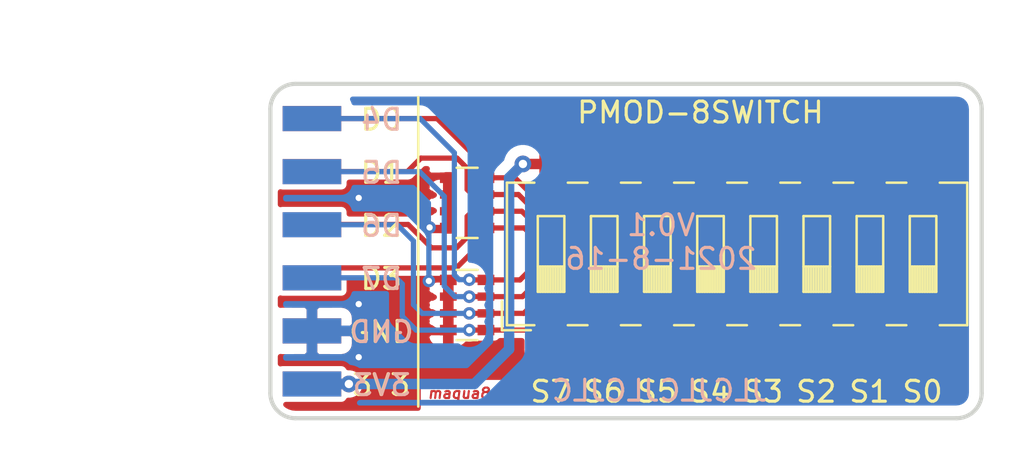
<source format=kicad_pcb>
(kicad_pcb (version 20171130) (host pcbnew "(5.1.10)-1")

  (general
    (thickness 1.6)
    (drawings 34)
    (tracks 117)
    (zones 0)
    (modules 4)
    (nets 11)
  )

  (page A4)
  (layers
    (0 F.Cu signal)
    (31 B.Cu signal)
    (32 B.Adhes user)
    (33 F.Adhes user)
    (34 B.Paste user)
    (35 F.Paste user)
    (36 B.SilkS user)
    (37 F.SilkS user)
    (38 B.Mask user)
    (39 F.Mask user)
    (40 Dwgs.User user)
    (41 Cmts.User user)
    (42 Eco1.User user)
    (43 Eco2.User user)
    (44 Edge.Cuts user)
    (45 Margin user)
    (46 B.CrtYd user)
    (47 F.CrtYd user)
    (48 B.Fab user)
    (49 F.Fab user)
  )

  (setup
    (last_trace_width 0.25)
    (user_trace_width 0.5)
    (trace_clearance 0.2)
    (zone_clearance 0.254)
    (zone_45_only yes)
    (trace_min 0.2)
    (via_size 0.8)
    (via_drill 0.4)
    (via_min_size 0.4)
    (via_min_drill 0.3)
    (user_via 0.6 0.3)
    (uvia_size 0.3)
    (uvia_drill 0.1)
    (uvias_allowed no)
    (uvia_min_size 0.2)
    (uvia_min_drill 0.1)
    (edge_width 0.05)
    (segment_width 0.2)
    (pcb_text_width 0.3)
    (pcb_text_size 1.5 1.5)
    (mod_edge_width 0.12)
    (mod_text_size 1 1)
    (mod_text_width 0.15)
    (pad_size 1.524 1.524)
    (pad_drill 0.762)
    (pad_to_mask_clearance 0)
    (aux_axis_origin 0 0)
    (visible_elements 7FFFFFFF)
    (pcbplotparams
      (layerselection 0x010fc_ffffffff)
      (usegerberextensions false)
      (usegerberattributes true)
      (usegerberadvancedattributes true)
      (creategerberjobfile true)
      (excludeedgelayer true)
      (linewidth 0.100000)
      (plotframeref false)
      (viasonmask false)
      (mode 1)
      (useauxorigin false)
      (hpglpennumber 1)
      (hpglpenspeed 20)
      (hpglpendiameter 15.000000)
      (psnegative false)
      (psa4output false)
      (plotreference true)
      (plotvalue true)
      (plotinvisibletext false)
      (padsonsilk false)
      (subtractmaskfromsilk false)
      (outputformat 1)
      (mirror false)
      (drillshape 0)
      (scaleselection 1)
      (outputdirectory "./out"))
  )

  (net 0 "")
  (net 1 IO0)
  (net 2 IO4)
  (net 3 IO5)
  (net 4 IO6)
  (net 5 IO7)
  (net 6 GND)
  (net 7 +3V3)
  (net 8 IO1)
  (net 9 IO2)
  (net 10 IO3)

  (net_class Default "This is the default net class."
    (clearance 0.2)
    (trace_width 0.25)
    (via_dia 0.8)
    (via_drill 0.4)
    (uvia_dia 0.3)
    (uvia_drill 0.1)
    (add_net +3V3)
    (add_net GND)
    (add_net IO0)
    (add_net IO1)
    (add_net IO2)
    (add_net IO3)
    (add_net IO4)
    (add_net IO5)
    (add_net IO6)
    (add_net IO7)
  )

  (module Multicoloredstone:Pmod-1-device-PcbEdge (layer F.Cu) (tedit 61194A63) (tstamp 6119B240)
    (at 152.5336 124.4219)
    (path /6119421A)
    (fp_text reference PMOD1 (at 0 -9.652) (layer F.SilkS) hide
      (effects (font (size 1 1) (thickness 0.15)))
    )
    (fp_text value PMOD-Device-x2-Type-1A-GPIO (at 0 -11.176) (layer F.Fab)
      (effects (font (size 1 1) (thickness 0.15)))
    )
    (fp_line (start 0 -8.636) (end 0 8.89) (layer Dwgs.User) (width 0.12))
    (fp_line (start 3.81 -7.62) (end 0 -7.62) (layer F.CrtYd) (width 0.12))
    (fp_line (start 0 7.62) (end 3.81 7.62) (layer F.CrtYd) (width 0.12))
    (fp_line (start 3.81 -7.62) (end 3.81 7.62) (layer F.CrtYd) (width 0.12))
    (fp_line (start 0 -7.62) (end 0 7.62) (layer F.CrtYd) (width 0.12))
    (pad 1 smd rect (at 2 -6.35 90) (size 1.2 2.8) (layers F.Cu F.Paste F.Mask)
      (net 1 IO0))
    (pad 7 smd rect (at 2 -6.35 90) (size 1.2 2.8) (layers B.Cu B.Paste B.Mask)
      (net 2 IO4))
    (pad 2 smd rect (at 2 -3.81 90) (size 1.2 2.8) (layers F.Cu F.Paste F.Mask)
      (net 8 IO1))
    (pad 3 smd rect (at 2 -1.27 90) (size 1.2 2.8) (layers F.Cu F.Paste F.Mask)
      (net 9 IO2))
    (pad 4 smd rect (at 2 1.27 90) (size 1.2 2.8) (layers F.Cu F.Paste F.Mask)
      (net 10 IO3))
    (pad 5 smd rect (at 2 3.81 90) (size 1.2 2.8) (layers F.Cu F.Paste F.Mask)
      (net 6 GND))
    (pad 6 smd rect (at 2 6.35 90) (size 1.2 2.8) (layers F.Cu F.Paste F.Mask)
      (net 7 +3V3))
    (pad 8 smd rect (at 2 -3.81 90) (size 1.2 2.8) (layers B.Cu B.Paste B.Mask)
      (net 3 IO5))
    (pad 9 smd rect (at 2 -1.27 90) (size 1.2 2.8) (layers B.Cu B.Paste B.Mask)
      (net 4 IO6))
    (pad 10 smd rect (at 2 1.27 90) (size 1.2 2.8) (layers B.Cu B.Paste B.Mask)
      (net 5 IO7))
    (pad 11 smd rect (at 2 3.81 90) (size 1.2 2.8) (layers B.Cu B.Paste B.Mask)
      (net 6 GND))
    (pad 12 smd rect (at 2 6.35 90) (size 1.2 2.8) (layers B.Cu B.Paste B.Mask)
      (net 7 +3V3))
    (model ${KISYS3DMOD}/Connector_PinHeader_2.54mm.3dshapes/PinHeader_2x06_P2.54mm_Vertical.wrl
      (offset (xyz 0 6.35 -2.1))
      (scale (xyz 1 1 1))
      (rotate (xyz 0 90 0))
    )
  )

  (module Button_Switch_SMD:SW_DIP_SPSTx08_Slide_6.7x21.88mm_W8.61mm_P2.54mm_LowProfile (layer F.Cu) (tedit 5A4E1405) (tstamp 6119B3A3)
    (at 174.8536 124.5489 90)
    (descr "SMD 8x-dip-switch SPST , Slide, row spacing 8.61 mm (338 mils), body size 6.7x21.88mm (see e.g. https://www.ctscorp.com/wp-content/uploads/219.pdf), SMD, LowProfile")
    (tags "SMD DIP Switch SPST Slide 8.61mm 338mil SMD LowProfile")
    (path /611973C7)
    (attr smd)
    (fp_text reference SW1 (at 0 -12 90) (layer F.SilkS) hide
      (effects (font (size 1 1) (thickness 0.15)))
    )
    (fp_text value SW_DIP_x08 (at 0 12 90) (layer F.Fab)
      (effects (font (size 1 1) (thickness 0.15)))
    )
    (fp_line (start 5.8 -11.3) (end -5.8 -11.3) (layer F.CrtYd) (width 0.05))
    (fp_line (start 5.8 11.3) (end 5.8 -11.3) (layer F.CrtYd) (width 0.05))
    (fp_line (start -5.8 11.3) (end 5.8 11.3) (layer F.CrtYd) (width 0.05))
    (fp_line (start -5.8 -11.3) (end -5.8 11.3) (layer F.CrtYd) (width 0.05))
    (fp_line (start -0.603333 8.255) (end -0.603333 9.525) (layer F.SilkS) (width 0.12))
    (fp_line (start -1.81 9.455) (end -0.603333 9.455) (layer F.SilkS) (width 0.12))
    (fp_line (start -1.81 9.335) (end -0.603333 9.335) (layer F.SilkS) (width 0.12))
    (fp_line (start -1.81 9.215) (end -0.603333 9.215) (layer F.SilkS) (width 0.12))
    (fp_line (start -1.81 9.095) (end -0.603333 9.095) (layer F.SilkS) (width 0.12))
    (fp_line (start -1.81 8.975) (end -0.603333 8.975) (layer F.SilkS) (width 0.12))
    (fp_line (start -1.81 8.855) (end -0.603333 8.855) (layer F.SilkS) (width 0.12))
    (fp_line (start -1.81 8.735) (end -0.603333 8.735) (layer F.SilkS) (width 0.12))
    (fp_line (start -1.81 8.615) (end -0.603333 8.615) (layer F.SilkS) (width 0.12))
    (fp_line (start -1.81 8.495) (end -0.603333 8.495) (layer F.SilkS) (width 0.12))
    (fp_line (start -1.81 8.375) (end -0.603333 8.375) (layer F.SilkS) (width 0.12))
    (fp_line (start 1.81 8.255) (end -1.81 8.255) (layer F.SilkS) (width 0.12))
    (fp_line (start 1.81 9.525) (end 1.81 8.255) (layer F.SilkS) (width 0.12))
    (fp_line (start -1.81 9.525) (end 1.81 9.525) (layer F.SilkS) (width 0.12))
    (fp_line (start -1.81 8.255) (end -1.81 9.525) (layer F.SilkS) (width 0.12))
    (fp_line (start -0.603333 5.715) (end -0.603333 6.985) (layer F.SilkS) (width 0.12))
    (fp_line (start -1.81 6.915) (end -0.603333 6.915) (layer F.SilkS) (width 0.12))
    (fp_line (start -1.81 6.795) (end -0.603333 6.795) (layer F.SilkS) (width 0.12))
    (fp_line (start -1.81 6.675) (end -0.603333 6.675) (layer F.SilkS) (width 0.12))
    (fp_line (start -1.81 6.555) (end -0.603333 6.555) (layer F.SilkS) (width 0.12))
    (fp_line (start -1.81 6.435) (end -0.603333 6.435) (layer F.SilkS) (width 0.12))
    (fp_line (start -1.81 6.315) (end -0.603333 6.315) (layer F.SilkS) (width 0.12))
    (fp_line (start -1.81 6.195) (end -0.603333 6.195) (layer F.SilkS) (width 0.12))
    (fp_line (start -1.81 6.075) (end -0.603333 6.075) (layer F.SilkS) (width 0.12))
    (fp_line (start -1.81 5.955) (end -0.603333 5.955) (layer F.SilkS) (width 0.12))
    (fp_line (start -1.81 5.835) (end -0.603333 5.835) (layer F.SilkS) (width 0.12))
    (fp_line (start 1.81 5.715) (end -1.81 5.715) (layer F.SilkS) (width 0.12))
    (fp_line (start 1.81 6.985) (end 1.81 5.715) (layer F.SilkS) (width 0.12))
    (fp_line (start -1.81 6.985) (end 1.81 6.985) (layer F.SilkS) (width 0.12))
    (fp_line (start -1.81 5.715) (end -1.81 6.985) (layer F.SilkS) (width 0.12))
    (fp_line (start -0.603333 3.175) (end -0.603333 4.445) (layer F.SilkS) (width 0.12))
    (fp_line (start -1.81 4.375) (end -0.603333 4.375) (layer F.SilkS) (width 0.12))
    (fp_line (start -1.81 4.255) (end -0.603333 4.255) (layer F.SilkS) (width 0.12))
    (fp_line (start -1.81 4.135) (end -0.603333 4.135) (layer F.SilkS) (width 0.12))
    (fp_line (start -1.81 4.015) (end -0.603333 4.015) (layer F.SilkS) (width 0.12))
    (fp_line (start -1.81 3.895) (end -0.603333 3.895) (layer F.SilkS) (width 0.12))
    (fp_line (start -1.81 3.775) (end -0.603333 3.775) (layer F.SilkS) (width 0.12))
    (fp_line (start -1.81 3.655) (end -0.603333 3.655) (layer F.SilkS) (width 0.12))
    (fp_line (start -1.81 3.535) (end -0.603333 3.535) (layer F.SilkS) (width 0.12))
    (fp_line (start -1.81 3.415) (end -0.603333 3.415) (layer F.SilkS) (width 0.12))
    (fp_line (start -1.81 3.295) (end -0.603333 3.295) (layer F.SilkS) (width 0.12))
    (fp_line (start 1.81 3.175) (end -1.81 3.175) (layer F.SilkS) (width 0.12))
    (fp_line (start 1.81 4.445) (end 1.81 3.175) (layer F.SilkS) (width 0.12))
    (fp_line (start -1.81 4.445) (end 1.81 4.445) (layer F.SilkS) (width 0.12))
    (fp_line (start -1.81 3.175) (end -1.81 4.445) (layer F.SilkS) (width 0.12))
    (fp_line (start -0.603333 0.635) (end -0.603333 1.905) (layer F.SilkS) (width 0.12))
    (fp_line (start -1.81 1.835) (end -0.603333 1.835) (layer F.SilkS) (width 0.12))
    (fp_line (start -1.81 1.715) (end -0.603333 1.715) (layer F.SilkS) (width 0.12))
    (fp_line (start -1.81 1.595) (end -0.603333 1.595) (layer F.SilkS) (width 0.12))
    (fp_line (start -1.81 1.475) (end -0.603333 1.475) (layer F.SilkS) (width 0.12))
    (fp_line (start -1.81 1.355) (end -0.603333 1.355) (layer F.SilkS) (width 0.12))
    (fp_line (start -1.81 1.235) (end -0.603333 1.235) (layer F.SilkS) (width 0.12))
    (fp_line (start -1.81 1.115) (end -0.603333 1.115) (layer F.SilkS) (width 0.12))
    (fp_line (start -1.81 0.995) (end -0.603333 0.995) (layer F.SilkS) (width 0.12))
    (fp_line (start -1.81 0.875) (end -0.603333 0.875) (layer F.SilkS) (width 0.12))
    (fp_line (start -1.81 0.755) (end -0.603333 0.755) (layer F.SilkS) (width 0.12))
    (fp_line (start 1.81 0.635) (end -1.81 0.635) (layer F.SilkS) (width 0.12))
    (fp_line (start 1.81 1.905) (end 1.81 0.635) (layer F.SilkS) (width 0.12))
    (fp_line (start -1.81 1.905) (end 1.81 1.905) (layer F.SilkS) (width 0.12))
    (fp_line (start -1.81 0.635) (end -1.81 1.905) (layer F.SilkS) (width 0.12))
    (fp_line (start -0.603333 -1.905) (end -0.603333 -0.635) (layer F.SilkS) (width 0.12))
    (fp_line (start -1.81 -0.705) (end -0.603333 -0.705) (layer F.SilkS) (width 0.12))
    (fp_line (start -1.81 -0.825) (end -0.603333 -0.825) (layer F.SilkS) (width 0.12))
    (fp_line (start -1.81 -0.945) (end -0.603333 -0.945) (layer F.SilkS) (width 0.12))
    (fp_line (start -1.81 -1.065) (end -0.603333 -1.065) (layer F.SilkS) (width 0.12))
    (fp_line (start -1.81 -1.185) (end -0.603333 -1.185) (layer F.SilkS) (width 0.12))
    (fp_line (start -1.81 -1.305) (end -0.603333 -1.305) (layer F.SilkS) (width 0.12))
    (fp_line (start -1.81 -1.425) (end -0.603333 -1.425) (layer F.SilkS) (width 0.12))
    (fp_line (start -1.81 -1.545) (end -0.603333 -1.545) (layer F.SilkS) (width 0.12))
    (fp_line (start -1.81 -1.665) (end -0.603333 -1.665) (layer F.SilkS) (width 0.12))
    (fp_line (start -1.81 -1.785) (end -0.603333 -1.785) (layer F.SilkS) (width 0.12))
    (fp_line (start 1.81 -1.905) (end -1.81 -1.905) (layer F.SilkS) (width 0.12))
    (fp_line (start 1.81 -0.635) (end 1.81 -1.905) (layer F.SilkS) (width 0.12))
    (fp_line (start -1.81 -0.635) (end 1.81 -0.635) (layer F.SilkS) (width 0.12))
    (fp_line (start -1.81 -1.905) (end -1.81 -0.635) (layer F.SilkS) (width 0.12))
    (fp_line (start -0.603333 -4.445) (end -0.603333 -3.175) (layer F.SilkS) (width 0.12))
    (fp_line (start -1.81 -3.245) (end -0.603333 -3.245) (layer F.SilkS) (width 0.12))
    (fp_line (start -1.81 -3.365) (end -0.603333 -3.365) (layer F.SilkS) (width 0.12))
    (fp_line (start -1.81 -3.485) (end -0.603333 -3.485) (layer F.SilkS) (width 0.12))
    (fp_line (start -1.81 -3.605) (end -0.603333 -3.605) (layer F.SilkS) (width 0.12))
    (fp_line (start -1.81 -3.725) (end -0.603333 -3.725) (layer F.SilkS) (width 0.12))
    (fp_line (start -1.81 -3.845) (end -0.603333 -3.845) (layer F.SilkS) (width 0.12))
    (fp_line (start -1.81 -3.965) (end -0.603333 -3.965) (layer F.SilkS) (width 0.12))
    (fp_line (start -1.81 -4.085) (end -0.603333 -4.085) (layer F.SilkS) (width 0.12))
    (fp_line (start -1.81 -4.205) (end -0.603333 -4.205) (layer F.SilkS) (width 0.12))
    (fp_line (start -1.81 -4.325) (end -0.603333 -4.325) (layer F.SilkS) (width 0.12))
    (fp_line (start 1.81 -4.445) (end -1.81 -4.445) (layer F.SilkS) (width 0.12))
    (fp_line (start 1.81 -3.175) (end 1.81 -4.445) (layer F.SilkS) (width 0.12))
    (fp_line (start -1.81 -3.175) (end 1.81 -3.175) (layer F.SilkS) (width 0.12))
    (fp_line (start -1.81 -4.445) (end -1.81 -3.175) (layer F.SilkS) (width 0.12))
    (fp_line (start -0.603333 -6.985) (end -0.603333 -5.715) (layer F.SilkS) (width 0.12))
    (fp_line (start -1.81 -5.785) (end -0.603333 -5.785) (layer F.SilkS) (width 0.12))
    (fp_line (start -1.81 -5.905) (end -0.603333 -5.905) (layer F.SilkS) (width 0.12))
    (fp_line (start -1.81 -6.025) (end -0.603333 -6.025) (layer F.SilkS) (width 0.12))
    (fp_line (start -1.81 -6.145) (end -0.603333 -6.145) (layer F.SilkS) (width 0.12))
    (fp_line (start -1.81 -6.265) (end -0.603333 -6.265) (layer F.SilkS) (width 0.12))
    (fp_line (start -1.81 -6.385) (end -0.603333 -6.385) (layer F.SilkS) (width 0.12))
    (fp_line (start -1.81 -6.505) (end -0.603333 -6.505) (layer F.SilkS) (width 0.12))
    (fp_line (start -1.81 -6.625) (end -0.603333 -6.625) (layer F.SilkS) (width 0.12))
    (fp_line (start -1.81 -6.745) (end -0.603333 -6.745) (layer F.SilkS) (width 0.12))
    (fp_line (start -1.81 -6.865) (end -0.603333 -6.865) (layer F.SilkS) (width 0.12))
    (fp_line (start 1.81 -6.985) (end -1.81 -6.985) (layer F.SilkS) (width 0.12))
    (fp_line (start 1.81 -5.715) (end 1.81 -6.985) (layer F.SilkS) (width 0.12))
    (fp_line (start -1.81 -5.715) (end 1.81 -5.715) (layer F.SilkS) (width 0.12))
    (fp_line (start -1.81 -6.985) (end -1.81 -5.715) (layer F.SilkS) (width 0.12))
    (fp_line (start -0.603333 -9.525) (end -0.603333 -8.255) (layer F.SilkS) (width 0.12))
    (fp_line (start -1.81 -8.325) (end -0.603333 -8.325) (layer F.SilkS) (width 0.12))
    (fp_line (start -1.81 -8.445) (end -0.603333 -8.445) (layer F.SilkS) (width 0.12))
    (fp_line (start -1.81 -8.565) (end -0.603333 -8.565) (layer F.SilkS) (width 0.12))
    (fp_line (start -1.81 -8.685) (end -0.603333 -8.685) (layer F.SilkS) (width 0.12))
    (fp_line (start -1.81 -8.805) (end -0.603333 -8.805) (layer F.SilkS) (width 0.12))
    (fp_line (start -1.81 -8.925) (end -0.603333 -8.925) (layer F.SilkS) (width 0.12))
    (fp_line (start -1.81 -9.045) (end -0.603333 -9.045) (layer F.SilkS) (width 0.12))
    (fp_line (start -1.81 -9.165) (end -0.603333 -9.165) (layer F.SilkS) (width 0.12))
    (fp_line (start -1.81 -9.285) (end -0.603333 -9.285) (layer F.SilkS) (width 0.12))
    (fp_line (start -1.81 -9.405) (end -0.603333 -9.405) (layer F.SilkS) (width 0.12))
    (fp_line (start 1.81 -9.525) (end -1.81 -9.525) (layer F.SilkS) (width 0.12))
    (fp_line (start 1.81 -8.255) (end 1.81 -9.525) (layer F.SilkS) (width 0.12))
    (fp_line (start -1.81 -8.255) (end 1.81 -8.255) (layer F.SilkS) (width 0.12))
    (fp_line (start -1.81 -9.525) (end -1.81 -8.255) (layer F.SilkS) (width 0.12))
    (fp_line (start -3.65 -11.24) (end -3.65 -9.857) (layer F.SilkS) (width 0.12))
    (fp_line (start -3.65 -11.24) (end -2.267 -11.24) (layer F.SilkS) (width 0.12))
    (fp_line (start 3.41 -8.089) (end 3.41 -7.149) (layer F.SilkS) (width 0.12))
    (fp_line (start 3.41 -11) (end 3.41 -9.69) (layer F.SilkS) (width 0.12))
    (fp_line (start 3.41 -5.549) (end 3.41 -4.609) (layer F.SilkS) (width 0.12))
    (fp_line (start 3.41 -3.009) (end 3.41 -2.069) (layer F.SilkS) (width 0.12))
    (fp_line (start 3.41 -0.469) (end 3.41 0.471) (layer F.SilkS) (width 0.12))
    (fp_line (start 3.41 2.071) (end 3.41 3.011) (layer F.SilkS) (width 0.12))
    (fp_line (start 3.41 4.611) (end 3.41 5.551) (layer F.SilkS) (width 0.12))
    (fp_line (start 3.41 7.151) (end 3.41 8.09) (layer F.SilkS) (width 0.12))
    (fp_line (start 3.41 9.69) (end 3.41 11.001) (layer F.SilkS) (width 0.12))
    (fp_line (start -3.41 9.69) (end -3.41 11.001) (layer F.SilkS) (width 0.12))
    (fp_line (start -3.41 7.15) (end -3.41 8.09) (layer F.SilkS) (width 0.12))
    (fp_line (start -3.41 4.61) (end -3.41 5.55) (layer F.SilkS) (width 0.12))
    (fp_line (start -3.41 2.07) (end -3.41 3.01) (layer F.SilkS) (width 0.12))
    (fp_line (start -3.41 -0.47) (end -3.41 0.47) (layer F.SilkS) (width 0.12))
    (fp_line (start -3.41 -3.01) (end -3.41 -2.07) (layer F.SilkS) (width 0.12))
    (fp_line (start -3.41 -5.55) (end -3.41 -4.61) (layer F.SilkS) (width 0.12))
    (fp_line (start -3.41 -8.09) (end -3.41 -7.15) (layer F.SilkS) (width 0.12))
    (fp_line (start -3.41 -11) (end -3.41 -9.69) (layer F.SilkS) (width 0.12))
    (fp_line (start -3.41 11.001) (end 3.41 11.001) (layer F.SilkS) (width 0.12))
    (fp_line (start -3.41 -11) (end 3.41 -11) (layer F.SilkS) (width 0.12))
    (fp_line (start -0.603333 8.255) (end -0.603333 9.525) (layer F.Fab) (width 0.1))
    (fp_line (start -1.81 9.455) (end -0.603333 9.455) (layer F.Fab) (width 0.1))
    (fp_line (start -1.81 9.355) (end -0.603333 9.355) (layer F.Fab) (width 0.1))
    (fp_line (start -1.81 9.255) (end -0.603333 9.255) (layer F.Fab) (width 0.1))
    (fp_line (start -1.81 9.155) (end -0.603333 9.155) (layer F.Fab) (width 0.1))
    (fp_line (start -1.81 9.055) (end -0.603333 9.055) (layer F.Fab) (width 0.1))
    (fp_line (start -1.81 8.955) (end -0.603333 8.955) (layer F.Fab) (width 0.1))
    (fp_line (start -1.81 8.855) (end -0.603333 8.855) (layer F.Fab) (width 0.1))
    (fp_line (start -1.81 8.755) (end -0.603333 8.755) (layer F.Fab) (width 0.1))
    (fp_line (start -1.81 8.655) (end -0.603333 8.655) (layer F.Fab) (width 0.1))
    (fp_line (start -1.81 8.555) (end -0.603333 8.555) (layer F.Fab) (width 0.1))
    (fp_line (start -1.81 8.455) (end -0.603333 8.455) (layer F.Fab) (width 0.1))
    (fp_line (start -1.81 8.355) (end -0.603333 8.355) (layer F.Fab) (width 0.1))
    (fp_line (start 1.81 8.255) (end -1.81 8.255) (layer F.Fab) (width 0.1))
    (fp_line (start 1.81 9.525) (end 1.81 8.255) (layer F.Fab) (width 0.1))
    (fp_line (start -1.81 9.525) (end 1.81 9.525) (layer F.Fab) (width 0.1))
    (fp_line (start -1.81 8.255) (end -1.81 9.525) (layer F.Fab) (width 0.1))
    (fp_line (start -0.603333 5.715) (end -0.603333 6.985) (layer F.Fab) (width 0.1))
    (fp_line (start -1.81 6.915) (end -0.603333 6.915) (layer F.Fab) (width 0.1))
    (fp_line (start -1.81 6.815) (end -0.603333 6.815) (layer F.Fab) (width 0.1))
    (fp_line (start -1.81 6.715) (end -0.603333 6.715) (layer F.Fab) (width 0.1))
    (fp_line (start -1.81 6.615) (end -0.603333 6.615) (layer F.Fab) (width 0.1))
    (fp_line (start -1.81 6.515) (end -0.603333 6.515) (layer F.Fab) (width 0.1))
    (fp_line (start -1.81 6.415) (end -0.603333 6.415) (layer F.Fab) (width 0.1))
    (fp_line (start -1.81 6.315) (end -0.603333 6.315) (layer F.Fab) (width 0.1))
    (fp_line (start -1.81 6.215) (end -0.603333 6.215) (layer F.Fab) (width 0.1))
    (fp_line (start -1.81 6.115) (end -0.603333 6.115) (layer F.Fab) (width 0.1))
    (fp_line (start -1.81 6.015) (end -0.603333 6.015) (layer F.Fab) (width 0.1))
    (fp_line (start -1.81 5.915) (end -0.603333 5.915) (layer F.Fab) (width 0.1))
    (fp_line (start -1.81 5.815) (end -0.603333 5.815) (layer F.Fab) (width 0.1))
    (fp_line (start 1.81 5.715) (end -1.81 5.715) (layer F.Fab) (width 0.1))
    (fp_line (start 1.81 6.985) (end 1.81 5.715) (layer F.Fab) (width 0.1))
    (fp_line (start -1.81 6.985) (end 1.81 6.985) (layer F.Fab) (width 0.1))
    (fp_line (start -1.81 5.715) (end -1.81 6.985) (layer F.Fab) (width 0.1))
    (fp_line (start -0.603333 3.175) (end -0.603333 4.445) (layer F.Fab) (width 0.1))
    (fp_line (start -1.81 4.375) (end -0.603333 4.375) (layer F.Fab) (width 0.1))
    (fp_line (start -1.81 4.275) (end -0.603333 4.275) (layer F.Fab) (width 0.1))
    (fp_line (start -1.81 4.175) (end -0.603333 4.175) (layer F.Fab) (width 0.1))
    (fp_line (start -1.81 4.075) (end -0.603333 4.075) (layer F.Fab) (width 0.1))
    (fp_line (start -1.81 3.975) (end -0.603333 3.975) (layer F.Fab) (width 0.1))
    (fp_line (start -1.81 3.875) (end -0.603333 3.875) (layer F.Fab) (width 0.1))
    (fp_line (start -1.81 3.775) (end -0.603333 3.775) (layer F.Fab) (width 0.1))
    (fp_line (start -1.81 3.675) (end -0.603333 3.675) (layer F.Fab) (width 0.1))
    (fp_line (start -1.81 3.575) (end -0.603333 3.575) (layer F.Fab) (width 0.1))
    (fp_line (start -1.81 3.475) (end -0.603333 3.475) (layer F.Fab) (width 0.1))
    (fp_line (start -1.81 3.375) (end -0.603333 3.375) (layer F.Fab) (width 0.1))
    (fp_line (start -1.81 3.275) (end -0.603333 3.275) (layer F.Fab) (width 0.1))
    (fp_line (start 1.81 3.175) (end -1.81 3.175) (layer F.Fab) (width 0.1))
    (fp_line (start 1.81 4.445) (end 1.81 3.175) (layer F.Fab) (width 0.1))
    (fp_line (start -1.81 4.445) (end 1.81 4.445) (layer F.Fab) (width 0.1))
    (fp_line (start -1.81 3.175) (end -1.81 4.445) (layer F.Fab) (width 0.1))
    (fp_line (start -0.603333 0.635) (end -0.603333 1.905) (layer F.Fab) (width 0.1))
    (fp_line (start -1.81 1.835) (end -0.603333 1.835) (layer F.Fab) (width 0.1))
    (fp_line (start -1.81 1.735) (end -0.603333 1.735) (layer F.Fab) (width 0.1))
    (fp_line (start -1.81 1.635) (end -0.603333 1.635) (layer F.Fab) (width 0.1))
    (fp_line (start -1.81 1.535) (end -0.603333 1.535) (layer F.Fab) (width 0.1))
    (fp_line (start -1.81 1.435) (end -0.603333 1.435) (layer F.Fab) (width 0.1))
    (fp_line (start -1.81 1.335) (end -0.603333 1.335) (layer F.Fab) (width 0.1))
    (fp_line (start -1.81 1.235) (end -0.603333 1.235) (layer F.Fab) (width 0.1))
    (fp_line (start -1.81 1.135) (end -0.603333 1.135) (layer F.Fab) (width 0.1))
    (fp_line (start -1.81 1.035) (end -0.603333 1.035) (layer F.Fab) (width 0.1))
    (fp_line (start -1.81 0.935) (end -0.603333 0.935) (layer F.Fab) (width 0.1))
    (fp_line (start -1.81 0.835) (end -0.603333 0.835) (layer F.Fab) (width 0.1))
    (fp_line (start -1.81 0.735) (end -0.603333 0.735) (layer F.Fab) (width 0.1))
    (fp_line (start 1.81 0.635) (end -1.81 0.635) (layer F.Fab) (width 0.1))
    (fp_line (start 1.81 1.905) (end 1.81 0.635) (layer F.Fab) (width 0.1))
    (fp_line (start -1.81 1.905) (end 1.81 1.905) (layer F.Fab) (width 0.1))
    (fp_line (start -1.81 0.635) (end -1.81 1.905) (layer F.Fab) (width 0.1))
    (fp_line (start -0.603333 -1.905) (end -0.603333 -0.635) (layer F.Fab) (width 0.1))
    (fp_line (start -1.81 -0.705) (end -0.603333 -0.705) (layer F.Fab) (width 0.1))
    (fp_line (start -1.81 -0.805) (end -0.603333 -0.805) (layer F.Fab) (width 0.1))
    (fp_line (start -1.81 -0.905) (end -0.603333 -0.905) (layer F.Fab) (width 0.1))
    (fp_line (start -1.81 -1.005) (end -0.603333 -1.005) (layer F.Fab) (width 0.1))
    (fp_line (start -1.81 -1.105) (end -0.603333 -1.105) (layer F.Fab) (width 0.1))
    (fp_line (start -1.81 -1.205) (end -0.603333 -1.205) (layer F.Fab) (width 0.1))
    (fp_line (start -1.81 -1.305) (end -0.603333 -1.305) (layer F.Fab) (width 0.1))
    (fp_line (start -1.81 -1.405) (end -0.603333 -1.405) (layer F.Fab) (width 0.1))
    (fp_line (start -1.81 -1.505) (end -0.603333 -1.505) (layer F.Fab) (width 0.1))
    (fp_line (start -1.81 -1.605) (end -0.603333 -1.605) (layer F.Fab) (width 0.1))
    (fp_line (start -1.81 -1.705) (end -0.603333 -1.705) (layer F.Fab) (width 0.1))
    (fp_line (start -1.81 -1.805) (end -0.603333 -1.805) (layer F.Fab) (width 0.1))
    (fp_line (start 1.81 -1.905) (end -1.81 -1.905) (layer F.Fab) (width 0.1))
    (fp_line (start 1.81 -0.635) (end 1.81 -1.905) (layer F.Fab) (width 0.1))
    (fp_line (start -1.81 -0.635) (end 1.81 -0.635) (layer F.Fab) (width 0.1))
    (fp_line (start -1.81 -1.905) (end -1.81 -0.635) (layer F.Fab) (width 0.1))
    (fp_line (start -0.603333 -4.445) (end -0.603333 -3.175) (layer F.Fab) (width 0.1))
    (fp_line (start -1.81 -3.245) (end -0.603333 -3.245) (layer F.Fab) (width 0.1))
    (fp_line (start -1.81 -3.345) (end -0.603333 -3.345) (layer F.Fab) (width 0.1))
    (fp_line (start -1.81 -3.445) (end -0.603333 -3.445) (layer F.Fab) (width 0.1))
    (fp_line (start -1.81 -3.545) (end -0.603333 -3.545) (layer F.Fab) (width 0.1))
    (fp_line (start -1.81 -3.645) (end -0.603333 -3.645) (layer F.Fab) (width 0.1))
    (fp_line (start -1.81 -3.745) (end -0.603333 -3.745) (layer F.Fab) (width 0.1))
    (fp_line (start -1.81 -3.845) (end -0.603333 -3.845) (layer F.Fab) (width 0.1))
    (fp_line (start -1.81 -3.945) (end -0.603333 -3.945) (layer F.Fab) (width 0.1))
    (fp_line (start -1.81 -4.045) (end -0.603333 -4.045) (layer F.Fab) (width 0.1))
    (fp_line (start -1.81 -4.145) (end -0.603333 -4.145) (layer F.Fab) (width 0.1))
    (fp_line (start -1.81 -4.245) (end -0.603333 -4.245) (layer F.Fab) (width 0.1))
    (fp_line (start -1.81 -4.345) (end -0.603333 -4.345) (layer F.Fab) (width 0.1))
    (fp_line (start 1.81 -4.445) (end -1.81 -4.445) (layer F.Fab) (width 0.1))
    (fp_line (start 1.81 -3.175) (end 1.81 -4.445) (layer F.Fab) (width 0.1))
    (fp_line (start -1.81 -3.175) (end 1.81 -3.175) (layer F.Fab) (width 0.1))
    (fp_line (start -1.81 -4.445) (end -1.81 -3.175) (layer F.Fab) (width 0.1))
    (fp_line (start -0.603333 -6.985) (end -0.603333 -5.715) (layer F.Fab) (width 0.1))
    (fp_line (start -1.81 -5.785) (end -0.603333 -5.785) (layer F.Fab) (width 0.1))
    (fp_line (start -1.81 -5.885) (end -0.603333 -5.885) (layer F.Fab) (width 0.1))
    (fp_line (start -1.81 -5.985) (end -0.603333 -5.985) (layer F.Fab) (width 0.1))
    (fp_line (start -1.81 -6.085) (end -0.603333 -6.085) (layer F.Fab) (width 0.1))
    (fp_line (start -1.81 -6.185) (end -0.603333 -6.185) (layer F.Fab) (width 0.1))
    (fp_line (start -1.81 -6.285) (end -0.603333 -6.285) (layer F.Fab) (width 0.1))
    (fp_line (start -1.81 -6.385) (end -0.603333 -6.385) (layer F.Fab) (width 0.1))
    (fp_line (start -1.81 -6.485) (end -0.603333 -6.485) (layer F.Fab) (width 0.1))
    (fp_line (start -1.81 -6.585) (end -0.603333 -6.585) (layer F.Fab) (width 0.1))
    (fp_line (start -1.81 -6.685) (end -0.603333 -6.685) (layer F.Fab) (width 0.1))
    (fp_line (start -1.81 -6.785) (end -0.603333 -6.785) (layer F.Fab) (width 0.1))
    (fp_line (start -1.81 -6.885) (end -0.603333 -6.885) (layer F.Fab) (width 0.1))
    (fp_line (start 1.81 -6.985) (end -1.81 -6.985) (layer F.Fab) (width 0.1))
    (fp_line (start 1.81 -5.715) (end 1.81 -6.985) (layer F.Fab) (width 0.1))
    (fp_line (start -1.81 -5.715) (end 1.81 -5.715) (layer F.Fab) (width 0.1))
    (fp_line (start -1.81 -6.985) (end -1.81 -5.715) (layer F.Fab) (width 0.1))
    (fp_line (start -0.603333 -9.525) (end -0.603333 -8.255) (layer F.Fab) (width 0.1))
    (fp_line (start -1.81 -8.325) (end -0.603333 -8.325) (layer F.Fab) (width 0.1))
    (fp_line (start -1.81 -8.425) (end -0.603333 -8.425) (layer F.Fab) (width 0.1))
    (fp_line (start -1.81 -8.525) (end -0.603333 -8.525) (layer F.Fab) (width 0.1))
    (fp_line (start -1.81 -8.625) (end -0.603333 -8.625) (layer F.Fab) (width 0.1))
    (fp_line (start -1.81 -8.725) (end -0.603333 -8.725) (layer F.Fab) (width 0.1))
    (fp_line (start -1.81 -8.825) (end -0.603333 -8.825) (layer F.Fab) (width 0.1))
    (fp_line (start -1.81 -8.925) (end -0.603333 -8.925) (layer F.Fab) (width 0.1))
    (fp_line (start -1.81 -9.025) (end -0.603333 -9.025) (layer F.Fab) (width 0.1))
    (fp_line (start -1.81 -9.125) (end -0.603333 -9.125) (layer F.Fab) (width 0.1))
    (fp_line (start -1.81 -9.225) (end -0.603333 -9.225) (layer F.Fab) (width 0.1))
    (fp_line (start -1.81 -9.325) (end -0.603333 -9.325) (layer F.Fab) (width 0.1))
    (fp_line (start -1.81 -9.425) (end -0.603333 -9.425) (layer F.Fab) (width 0.1))
    (fp_line (start 1.81 -9.525) (end -1.81 -9.525) (layer F.Fab) (width 0.1))
    (fp_line (start 1.81 -8.255) (end 1.81 -9.525) (layer F.Fab) (width 0.1))
    (fp_line (start -1.81 -8.255) (end 1.81 -8.255) (layer F.Fab) (width 0.1))
    (fp_line (start -1.81 -9.525) (end -1.81 -8.255) (layer F.Fab) (width 0.1))
    (fp_line (start -3.35 -9.94) (end -2.35 -10.94) (layer F.Fab) (width 0.1))
    (fp_line (start -3.35 10.94) (end -3.35 -9.94) (layer F.Fab) (width 0.1))
    (fp_line (start 3.35 10.94) (end -3.35 10.94) (layer F.Fab) (width 0.1))
    (fp_line (start 3.35 -10.94) (end 3.35 10.94) (layer F.Fab) (width 0.1))
    (fp_line (start -2.35 -10.94) (end 3.35 -10.94) (layer F.Fab) (width 0.1))
    (fp_text user on (at 0.4275 -10.2325 90) (layer F.Fab)
      (effects (font (size 0.8 0.8) (thickness 0.12)))
    )
    (fp_text user %R (at 2.58 0) (layer F.Fab)
      (effects (font (size 0.8 0.8) (thickness 0.12)))
    )
    (pad 16 smd rect (at 4.305 -8.89 90) (size 2.44 1.12) (layers F.Cu F.Paste F.Mask)
      (net 7 +3V3))
    (pad 8 smd rect (at -4.305 8.89 90) (size 2.44 1.12) (layers F.Cu F.Paste F.Mask)
      (net 1 IO0))
    (pad 15 smd rect (at 4.305 -6.35 90) (size 2.44 1.12) (layers F.Cu F.Paste F.Mask)
      (net 7 +3V3))
    (pad 7 smd rect (at -4.305 6.35 90) (size 2.44 1.12) (layers F.Cu F.Paste F.Mask)
      (net 8 IO1))
    (pad 14 smd rect (at 4.305 -3.81 90) (size 2.44 1.12) (layers F.Cu F.Paste F.Mask)
      (net 7 +3V3))
    (pad 6 smd rect (at -4.305 3.81 90) (size 2.44 1.12) (layers F.Cu F.Paste F.Mask)
      (net 9 IO2))
    (pad 13 smd rect (at 4.305 -1.27 90) (size 2.44 1.12) (layers F.Cu F.Paste F.Mask)
      (net 7 +3V3))
    (pad 5 smd rect (at -4.305 1.27 90) (size 2.44 1.12) (layers F.Cu F.Paste F.Mask)
      (net 10 IO3))
    (pad 12 smd rect (at 4.305 1.27 90) (size 2.44 1.12) (layers F.Cu F.Paste F.Mask)
      (net 7 +3V3))
    (pad 4 smd rect (at -4.305 -1.27 90) (size 2.44 1.12) (layers F.Cu F.Paste F.Mask)
      (net 2 IO4))
    (pad 11 smd rect (at 4.305 3.81 90) (size 2.44 1.12) (layers F.Cu F.Paste F.Mask)
      (net 7 +3V3))
    (pad 3 smd rect (at -4.305 -3.81 90) (size 2.44 1.12) (layers F.Cu F.Paste F.Mask)
      (net 3 IO5))
    (pad 10 smd rect (at 4.305 6.35 90) (size 2.44 1.12) (layers F.Cu F.Paste F.Mask)
      (net 7 +3V3))
    (pad 2 smd rect (at -4.305 -6.35 90) (size 2.44 1.12) (layers F.Cu F.Paste F.Mask)
      (net 4 IO6))
    (pad 9 smd rect (at 4.305 8.89 90) (size 2.44 1.12) (layers F.Cu F.Paste F.Mask)
      (net 7 +3V3))
    (pad 1 smd rect (at -4.305 -8.89 90) (size 2.44 1.12) (layers F.Cu F.Paste F.Mask)
      (net 5 IO7))
    (model ${KISYS3DMOD}/Button_Switch_SMD.3dshapes/SW_DIP_SPSTx08_Slide_6.7x21.88mm_W8.61mm_P2.54mm_LowProfile.wrl
      (at (xyz 0 0 0))
      (scale (xyz 1 1 1))
      (rotate (xyz 0 0 90))
    )
  )

  (module Resistor_SMD:R_Array_Convex_4x0603 (layer F.Cu) (tedit 58E0A8B2) (tstamp 6119B26E)
    (at 161.9504 126.992 180)
    (descr "Chip Resistor Network, ROHM MNR14 (see mnr_g.pdf)")
    (tags "resistor array")
    (path /6119EEA3)
    (attr smd)
    (fp_text reference RN2 (at 0 -2.8) (layer F.SilkS) hide
      (effects (font (size 1 1) (thickness 0.15)))
    )
    (fp_text value 10K (at 0 2.8) (layer F.Fab)
      (effects (font (size 1 1) (thickness 0.15)))
    )
    (fp_line (start 1.55 1.85) (end -1.55 1.85) (layer F.CrtYd) (width 0.05))
    (fp_line (start 1.55 1.85) (end 1.55 -1.85) (layer F.CrtYd) (width 0.05))
    (fp_line (start -1.55 -1.85) (end -1.55 1.85) (layer F.CrtYd) (width 0.05))
    (fp_line (start -1.55 -1.85) (end 1.55 -1.85) (layer F.CrtYd) (width 0.05))
    (fp_line (start 0.5 -1.68) (end -0.5 -1.68) (layer F.SilkS) (width 0.12))
    (fp_line (start 0.5 1.68) (end -0.5 1.68) (layer F.SilkS) (width 0.12))
    (fp_line (start -0.8 1.6) (end -0.8 -1.6) (layer F.Fab) (width 0.1))
    (fp_line (start 0.8 1.6) (end -0.8 1.6) (layer F.Fab) (width 0.1))
    (fp_line (start 0.8 -1.6) (end 0.8 1.6) (layer F.Fab) (width 0.1))
    (fp_line (start -0.8 -1.6) (end 0.8 -1.6) (layer F.Fab) (width 0.1))
    (fp_text user %R (at 0 0 90) (layer F.Fab)
      (effects (font (size 0.5 0.5) (thickness 0.075)))
    )
    (pad 5 smd rect (at 0.9 1.2 180) (size 0.8 0.5) (layers F.Cu F.Paste F.Mask)
      (net 6 GND))
    (pad 6 smd rect (at 0.9 0.4 180) (size 0.8 0.4) (layers F.Cu F.Paste F.Mask)
      (net 6 GND))
    (pad 8 smd rect (at 0.9 -1.2 180) (size 0.8 0.5) (layers F.Cu F.Paste F.Mask)
      (net 6 GND))
    (pad 7 smd rect (at 0.9 -0.4 180) (size 0.8 0.4) (layers F.Cu F.Paste F.Mask)
      (net 6 GND))
    (pad 4 smd rect (at -0.9 1.2 180) (size 0.8 0.5) (layers F.Cu F.Paste F.Mask)
      (net 2 IO4))
    (pad 2 smd rect (at -0.9 -0.4 180) (size 0.8 0.4) (layers F.Cu F.Paste F.Mask)
      (net 4 IO6))
    (pad 3 smd rect (at -0.9 0.4 180) (size 0.8 0.4) (layers F.Cu F.Paste F.Mask)
      (net 3 IO5))
    (pad 1 smd rect (at -0.9 -1.2 180) (size 0.8 0.5) (layers F.Cu F.Paste F.Mask)
      (net 5 IO7))
    (model ${KISYS3DMOD}/Resistor_SMD.3dshapes/R_Array_Convex_4x0603.wrl
      (at (xyz 0 0 0))
      (scale (xyz 1 1 1))
      (rotate (xyz 0 0 0))
    )
  )

  (module Resistor_SMD:R_Array_Convex_4x0603 (layer F.Cu) (tedit 58E0A8B2) (tstamp 6119B257)
    (at 161.9504 122.1058 180)
    (descr "Chip Resistor Network, ROHM MNR14 (see mnr_g.pdf)")
    (tags "resistor array")
    (path /6119C203)
    (attr smd)
    (fp_text reference RN1 (at 0 -2.8) (layer F.SilkS) hide
      (effects (font (size 1 1) (thickness 0.15)))
    )
    (fp_text value 10K (at 0 2.8) (layer F.Fab)
      (effects (font (size 1 1) (thickness 0.15)))
    )
    (fp_line (start 1.55 1.85) (end -1.55 1.85) (layer F.CrtYd) (width 0.05))
    (fp_line (start 1.55 1.85) (end 1.55 -1.85) (layer F.CrtYd) (width 0.05))
    (fp_line (start -1.55 -1.85) (end -1.55 1.85) (layer F.CrtYd) (width 0.05))
    (fp_line (start -1.55 -1.85) (end 1.55 -1.85) (layer F.CrtYd) (width 0.05))
    (fp_line (start 0.5 -1.68) (end -0.5 -1.68) (layer F.SilkS) (width 0.12))
    (fp_line (start 0.5 1.68) (end -0.5 1.68) (layer F.SilkS) (width 0.12))
    (fp_line (start -0.8 1.6) (end -0.8 -1.6) (layer F.Fab) (width 0.1))
    (fp_line (start 0.8 1.6) (end -0.8 1.6) (layer F.Fab) (width 0.1))
    (fp_line (start 0.8 -1.6) (end 0.8 1.6) (layer F.Fab) (width 0.1))
    (fp_line (start -0.8 -1.6) (end 0.8 -1.6) (layer F.Fab) (width 0.1))
    (fp_text user %R (at 0 0 90) (layer F.Fab)
      (effects (font (size 0.5 0.5) (thickness 0.075)))
    )
    (pad 5 smd rect (at 0.9 1.2 180) (size 0.8 0.5) (layers F.Cu F.Paste F.Mask)
      (net 6 GND))
    (pad 6 smd rect (at 0.9 0.4 180) (size 0.8 0.4) (layers F.Cu F.Paste F.Mask)
      (net 6 GND))
    (pad 8 smd rect (at 0.9 -1.2 180) (size 0.8 0.5) (layers F.Cu F.Paste F.Mask)
      (net 6 GND))
    (pad 7 smd rect (at 0.9 -0.4 180) (size 0.8 0.4) (layers F.Cu F.Paste F.Mask)
      (net 6 GND))
    (pad 4 smd rect (at -0.9 1.2 180) (size 0.8 0.5) (layers F.Cu F.Paste F.Mask)
      (net 1 IO0))
    (pad 2 smd rect (at -0.9 -0.4 180) (size 0.8 0.4) (layers F.Cu F.Paste F.Mask)
      (net 9 IO2))
    (pad 3 smd rect (at -0.9 0.4 180) (size 0.8 0.4) (layers F.Cu F.Paste F.Mask)
      (net 8 IO1))
    (pad 1 smd rect (at -0.9 -1.2 180) (size 0.8 0.5) (layers F.Cu F.Paste F.Mask)
      (net 10 IO3))
    (model ${KISYS3DMOD}/Resistor_SMD.3dshapes/R_Array_Convex_4x0603.wrl
      (at (xyz 0 0 0))
      (scale (xyz 1 1 1))
      (rotate (xyz 0 0 0))
    )
  )

  (gr_text JLCJLCJLCJLC (at 171.1452 131.0894) (layer B.SilkS)
    (effects (font (size 1 1) (thickness 0.15)) (justify mirror))
  )
  (gr_text "V0.1\n2021-8-16" (at 171.2214 123.9774) (layer B.SilkS)
    (effects (font (size 1 1) (thickness 0.15)) (justify mirror))
  )
  (gr_text magua8086 (at 162.2806 131.2164) (layer F.Mask) (tstamp 611A282C)
    (effects (font (size 0.5 0.5) (thickness 0.1) italic))
  )
  (gr_text magua8086 (at 162.2806 131.2164) (layer F.Cu)
    (effects (font (size 0.5 0.5) (thickness 0.1) italic))
  )
  (gr_text PMOD-8SWITCH (at 173.101 117.7798) (layer F.SilkS)
    (effects (font (size 1 1) (thickness 0.15)))
  )
  (gr_arc (start 153.7462 117.6102) (end 153.7462 116.410201) (angle -90) (layer Edge.Cuts) (width 0.2))
  (gr_arc (start 185.3462 117.6102) (end 186.5462 117.6102) (angle -90) (layer Edge.Cuts) (width 0.2))
  (gr_line (start 186.5462 131.2102) (end 186.5462 117.6102) (layer Edge.Cuts) (width 0.2))
  (gr_line (start 152.5462 117.6102) (end 152.5462 131.2102) (layer Edge.Cuts) (width 0.2))
  (gr_line (start 185.3462 116.4102) (end 153.7462 116.4102) (layer Edge.Cuts) (width 0.2))
  (gr_arc (start 153.7462 131.2102) (end 152.5462 131.2102) (angle -90) (layer Edge.Cuts) (width 0.2))
  (gr_arc (start 185.3462 131.2102) (end 185.3462 132.410199) (angle -90) (layer Edge.Cuts) (width 0.2))
  (gr_line (start 153.7462 132.4102) (end 185.3462 132.4102) (layer Edge.Cuts) (width 0.2))
  (gr_text S0 (at 183.7182 131.1402) (layer F.SilkS) (tstamp 611A27FA)
    (effects (font (size 1 1) (thickness 0.15)))
  )
  (gr_text S1 (at 181.1782 131.1402) (layer F.SilkS) (tstamp 611A27F8)
    (effects (font (size 1 1) (thickness 0.15)))
  )
  (gr_text S2 (at 178.6382 131.1402) (layer F.SilkS) (tstamp 611A27F6)
    (effects (font (size 1 1) (thickness 0.15)))
  )
  (gr_text S3 (at 176.0982 131.1402) (layer F.SilkS) (tstamp 611A27F4)
    (effects (font (size 1 1) (thickness 0.15)))
  )
  (gr_text S4 (at 173.5582 131.1402) (layer F.SilkS) (tstamp 611A27F2)
    (effects (font (size 1 1) (thickness 0.15)))
  )
  (gr_text S5 (at 171.0182 131.1402) (layer F.SilkS) (tstamp 611A27F0)
    (effects (font (size 1 1) (thickness 0.15)))
  )
  (gr_text S6 (at 168.4782 131.1402) (layer F.SilkS) (tstamp 611A27EE)
    (effects (font (size 1 1) (thickness 0.15)))
  )
  (gr_text S7 (at 165.9382 131.1402) (layer F.SilkS)
    (effects (font (size 1 1) (thickness 0.15)))
  )
  (gr_line (start 159.6136 117.0432) (end 159.6136 131.8514) (layer F.SilkS) (width 0.12))
  (gr_text D3 (at 157.8449 125.7427) (layer F.SilkS) (tstamp 6119FFDA)
    (effects (font (size 1 1) (thickness 0.15)))
  )
  (gr_text 3V3 (at 157.8449 130.8227) (layer F.SilkS) (tstamp 6119FFD9)
    (effects (font (size 1 1) (thickness 0.15)))
  )
  (gr_text D2 (at 157.8449 123.2027) (layer F.SilkS) (tstamp 6119FFD8)
    (effects (font (size 1 1) (thickness 0.15)))
  )
  (gr_text D1 (at 157.8449 120.6627) (layer F.SilkS) (tstamp 6119FFD7)
    (effects (font (size 1 1) (thickness 0.15)))
  )
  (gr_text D0 (at 157.8449 118.1227) (layer F.SilkS) (tstamp 6119FFD6)
    (effects (font (size 1 1) (thickness 0.15)))
  )
  (gr_text GND (at 157.8449 128.2827) (layer F.SilkS) (tstamp 6119FFD5)
    (effects (font (size 1 1) (thickness 0.15)))
  )
  (gr_text 3V3 (at 157.8642 130.8227) (layer B.SilkS) (tstamp 6119FFBE)
    (effects (font (size 1 1) (thickness 0.15)) (justify mirror))
  )
  (gr_text GND (at 157.8642 128.2827) (layer B.SilkS) (tstamp 6119FFBC)
    (effects (font (size 1 1) (thickness 0.15)) (justify mirror))
  )
  (gr_text D7 (at 157.8642 125.7427) (layer B.SilkS) (tstamp 6119FFBA)
    (effects (font (size 1 1) (thickness 0.15)) (justify mirror))
  )
  (gr_text D6 (at 157.8642 123.2027) (layer B.SilkS) (tstamp 6119FFB8)
    (effects (font (size 1 1) (thickness 0.15)) (justify mirror))
  )
  (gr_text D5 (at 157.8642 120.6627) (layer B.SilkS) (tstamp 6119FFB6)
    (effects (font (size 1 1) (thickness 0.15)) (justify mirror))
  )
  (gr_text D4 (at 157.8642 118.1227) (layer B.SilkS)
    (effects (font (size 1 1) (thickness 0.15)) (justify mirror))
  )

  (segment (start 164.2382 120.9058) (end 165.788167 122.455767) (width 0.25) (layer F.Cu) (net 1))
  (segment (start 180.723367 122.455767) (end 183.7436 125.476) (width 0.25) (layer F.Cu) (net 1))
  (segment (start 162.8504 120.9058) (end 164.2382 120.9058) (width 0.25) (layer F.Cu) (net 1))
  (segment (start 165.788167 122.455767) (end 180.723367 122.455767) (width 0.25) (layer F.Cu) (net 1))
  (segment (start 183.7436 125.476) (end 183.7436 128.8539) (width 0.25) (layer F.Cu) (net 1))
  (segment (start 160.5165 118.0719) (end 154.5336 118.0719) (width 0.25) (layer F.Cu) (net 1))
  (segment (start 162.8504 120.4058) (end 160.5165 118.0719) (width 0.25) (layer F.Cu) (net 1))
  (segment (start 162.8504 120.9058) (end 162.8504 120.4058) (width 0.25) (layer F.Cu) (net 1))
  (segment (start 170.6818 125.292) (end 173.5836 128.1938) (width 0.25) (layer F.Cu) (net 2))
  (segment (start 164.9792 125.292) (end 170.6818 125.292) (width 0.25) (layer F.Cu) (net 2))
  (segment (start 164.4792 125.792) (end 164.9792 125.292) (width 0.25) (layer F.Cu) (net 2))
  (segment (start 173.5836 128.1938) (end 173.5836 128.8539) (width 0.25) (layer F.Cu) (net 2))
  (segment (start 162.8504 125.792) (end 164.4792 125.792) (width 0.25) (layer F.Cu) (net 2))
  (via (at 162.052 125.7808) (size 0.6) (drill 0.3) (layers F.Cu B.Cu) (net 2))
  (segment (start 162.8504 125.792) (end 162.0632 125.792) (width 0.25) (layer F.Cu) (net 2))
  (segment (start 162.0632 125.792) (end 162.052 125.7808) (width 0.25) (layer F.Cu) (net 2))
  (segment (start 159.7025 118.0719) (end 154.5336 118.0719) (width 0.25) (layer B.Cu) (net 2))
  (segment (start 161.3408 119.7102) (end 159.7025 118.0719) (width 0.25) (layer B.Cu) (net 2))
  (segment (start 161.3408 125.5522) (end 161.3408 119.7102) (width 0.25) (layer B.Cu) (net 2))
  (segment (start 161.5694 125.7808) (end 161.3408 125.5522) (width 0.25) (layer B.Cu) (net 2))
  (segment (start 162.052 125.7808) (end 161.5694 125.7808) (width 0.25) (layer B.Cu) (net 2))
  (segment (start 171.0436 128.2192) (end 171.0436 128.8539) (width 0.25) (layer F.Cu) (net 3))
  (segment (start 168.9164 126.092) (end 171.0436 128.2192) (width 0.25) (layer F.Cu) (net 3))
  (segment (start 165.0936 126.092) (end 168.9164 126.092) (width 0.25) (layer F.Cu) (net 3))
  (segment (start 164.592 126.5936) (end 165.0936 126.092) (width 0.25) (layer F.Cu) (net 3))
  (segment (start 162.852 126.5936) (end 164.592 126.5936) (width 0.25) (layer F.Cu) (net 3))
  (segment (start 162.8504 126.592) (end 162.852 126.5936) (width 0.25) (layer F.Cu) (net 3))
  (segment (start 162.0536 126.592) (end 162.052 126.5936) (width 0.25) (layer F.Cu) (net 3))
  (segment (start 162.8504 126.592) (end 162.0536 126.592) (width 0.25) (layer F.Cu) (net 3))
  (via (at 162.052 126.5936) (size 0.6) (drill 0.3) (layers F.Cu B.Cu) (net 3))
  (segment (start 160.8582 121.793) (end 159.6771 120.6119) (width 0.25) (layer B.Cu) (net 3))
  (segment (start 159.6771 120.6119) (end 154.5336 120.6119) (width 0.25) (layer B.Cu) (net 3))
  (segment (start 160.8582 126.0856) (end 160.8582 121.793) (width 0.25) (layer B.Cu) (net 3))
  (segment (start 161.3662 126.5936) (end 160.8582 126.0856) (width 0.25) (layer B.Cu) (net 3))
  (segment (start 162.052 126.5936) (end 161.3662 126.5936) (width 0.25) (layer B.Cu) (net 3))
  (segment (start 168.5036 128.2192) (end 168.5036 128.8539) (width 0.25) (layer F.Cu) (net 4))
  (segment (start 167.259 126.9746) (end 168.5036 128.2192) (width 0.25) (layer F.Cu) (net 4))
  (segment (start 165.0746 126.9746) (end 167.259 126.9746) (width 0.25) (layer F.Cu) (net 4))
  (segment (start 164.6572 127.392) (end 165.0746 126.9746) (width 0.25) (layer F.Cu) (net 4))
  (segment (start 162.8504 127.392) (end 164.6572 127.392) (width 0.25) (layer F.Cu) (net 4))
  (via (at 162.052 127.393603) (size 0.6) (drill 0.3) (layers F.Cu B.Cu) (net 4))
  (segment (start 162.053603 127.392) (end 162.052 127.393603) (width 0.25) (layer F.Cu) (net 4))
  (segment (start 162.8504 127.392) (end 162.053603 127.392) (width 0.25) (layer F.Cu) (net 4))
  (segment (start 158.6103 123.1519) (end 154.5336 123.1519) (width 0.25) (layer B.Cu) (net 4))
  (segment (start 159.385 123.9266) (end 158.6103 123.1519) (width 0.25) (layer B.Cu) (net 4))
  (segment (start 159.385 126.9746) (end 159.385 123.9266) (width 0.25) (layer B.Cu) (net 4))
  (segment (start 159.804003 127.393603) (end 159.385 126.9746) (width 0.25) (layer B.Cu) (net 4))
  (segment (start 162.052 127.393603) (end 159.804003 127.393603) (width 0.25) (layer B.Cu) (net 4))
  (segment (start 165.9636 128.3716) (end 165.9636 128.8539) (width 0.25) (layer F.Cu) (net 5))
  (segment (start 165.784 128.192) (end 165.9636 128.3716) (width 0.25) (layer F.Cu) (net 5))
  (segment (start 162.8504 128.192) (end 165.784 128.192) (width 0.25) (layer F.Cu) (net 5))
  (via (at 162.052 128.1938) (size 0.6) (drill 0.3) (layers F.Cu B.Cu) (net 5))
  (segment (start 162.0538 128.192) (end 162.052 128.1938) (width 0.25) (layer F.Cu) (net 5))
  (segment (start 162.8504 128.192) (end 162.0538 128.192) (width 0.25) (layer F.Cu) (net 5))
  (segment (start 158.8516 125.984) (end 158.5595 125.6919) (width 0.25) (layer B.Cu) (net 5))
  (segment (start 158.8516 127.5334) (end 158.8516 125.984) (width 0.25) (layer B.Cu) (net 5))
  (segment (start 158.5595 125.6919) (end 154.5336 125.6919) (width 0.25) (layer B.Cu) (net 5))
  (segment (start 159.512 128.1938) (end 158.8516 127.5334) (width 0.25) (layer B.Cu) (net 5))
  (segment (start 162.052 128.1938) (end 159.512 128.1938) (width 0.25) (layer B.Cu) (net 5))
  (via (at 156.7688 126.9492) (size 0.6) (drill 0.3) (layers F.Cu B.Cu) (net 6))
  (via (at 156.7688 121.8692) (size 0.6) (drill 0.3) (layers F.Cu B.Cu) (net 6) (tstamp 611A2848))
  (via (at 156.7688 129.4892) (size 0.6) (drill 0.3) (layers F.Cu B.Cu) (net 6) (tstamp 611A284E))
  (via (at 160.1216 125.841999) (size 0.6) (drill 0.3) (layers F.Cu B.Cu) (net 6))
  (segment (start 160.171599 125.792) (end 160.1216 125.841999) (width 0.25) (layer F.Cu) (net 6))
  (segment (start 161.0504 125.792) (end 160.171599 125.792) (width 0.25) (layer F.Cu) (net 6))
  (via (at 160.157142 123.281458) (size 0.6) (drill 0.3) (layers F.Cu B.Cu) (net 6))
  (segment (start 160.1216 123.317) (end 160.157142 123.281458) (width 0.25) (layer B.Cu) (net 6))
  (segment (start 160.1216 125.841999) (end 160.1216 123.317) (width 0.25) (layer B.Cu) (net 6))
  (segment (start 161.026058 123.281458) (end 161.0504 123.3058) (width 0.25) (layer F.Cu) (net 6))
  (segment (start 160.157142 123.281458) (end 161.026058 123.281458) (width 0.25) (layer F.Cu) (net 6))
  (segment (start 161.0504 125.792) (end 161.0504 128.192) (width 0.25) (layer F.Cu) (net 6))
  (via (at 156.298904 130.7719) (size 0.8) (drill 0.4) (layers F.Cu B.Cu) (net 7))
  (segment (start 154.5336 130.7719) (end 156.298904 130.7719) (width 0.5) (layer F.Cu) (net 7))
  (segment (start 156.298904 130.7719) (end 154.5336 130.7719) (width 0.5) (layer B.Cu) (net 7))
  (segment (start 183.7436 120.2439) (end 165.9636 120.2439) (width 0.5) (layer F.Cu) (net 7))
  (via (at 164.6174 120.2436) (size 0.8) (drill 0.4) (layers F.Cu B.Cu) (net 7))
  (segment (start 164.6177 120.2439) (end 164.6174 120.2436) (width 0.5) (layer F.Cu) (net 7))
  (segment (start 165.9636 120.2439) (end 164.6177 120.2439) (width 0.5) (layer F.Cu) (net 7))
  (segment (start 162.2933 130.7719) (end 156.298904 130.7719) (width 0.5) (layer B.Cu) (net 7))
  (segment (start 163.957 129.1082) (end 162.2933 130.7719) (width 0.5) (layer B.Cu) (net 7))
  (segment (start 163.957 120.904) (end 163.957 129.1082) (width 0.5) (layer B.Cu) (net 7))
  (segment (start 164.6174 120.2436) (end 163.957 120.904) (width 0.5) (layer B.Cu) (net 7))
  (segment (start 164.40179 121.7058) (end 165.601768 122.905778) (width 0.25) (layer F.Cu) (net 8))
  (segment (start 162.8504 121.7058) (end 164.40179 121.7058) (width 0.25) (layer F.Cu) (net 8))
  (segment (start 165.601768 122.905778) (end 178.709578 122.905778) (width 0.25) (layer F.Cu) (net 8))
  (segment (start 178.709578 122.905778) (end 181.2036 125.3998) (width 0.25) (layer F.Cu) (net 8))
  (segment (start 181.2036 125.3998) (end 181.2036 127.3839) (width 0.25) (layer F.Cu) (net 8))
  (segment (start 181.2036 127.3839) (end 181.2036 128.8539) (width 0.25) (layer F.Cu) (net 8))
  (segment (start 159.7406 119.9642) (end 159.0929 120.6119) (width 0.25) (layer F.Cu) (net 8))
  (segment (start 161.4678 119.9642) (end 159.7406 119.9642) (width 0.25) (layer F.Cu) (net 8))
  (segment (start 161.9504 120.4468) (end 161.4678 119.9642) (width 0.25) (layer F.Cu) (net 8))
  (segment (start 159.0929 120.6119) (end 154.5336 120.6119) (width 0.25) (layer F.Cu) (net 8))
  (segment (start 161.9504 121.4628) (end 161.9504 120.4468) (width 0.25) (layer F.Cu) (net 8))
  (segment (start 162.1934 121.7058) (end 161.9504 121.4628) (width 0.25) (layer F.Cu) (net 8))
  (segment (start 162.8504 121.7058) (end 162.1934 121.7058) (width 0.25) (layer F.Cu) (net 8))
  (segment (start 178.6636 125.5014) (end 178.6636 128.8539) (width 0.25) (layer F.Cu) (net 9))
  (segment (start 176.517989 123.355789) (end 178.6636 125.5014) (width 0.25) (layer F.Cu) (net 9))
  (segment (start 164.565379 122.5058) (end 165.415368 123.355789) (width 0.25) (layer F.Cu) (net 9))
  (segment (start 162.8504 122.5058) (end 164.565379 122.5058) (width 0.25) (layer F.Cu) (net 9))
  (segment (start 165.415368 123.355789) (end 176.517989 123.355789) (width 0.25) (layer F.Cu) (net 9))
  (segment (start 159.131 123.1392) (end 154.5463 123.1392) (width 0.25) (layer F.Cu) (net 9))
  (segment (start 160.2486 124.2568) (end 159.131 123.1392) (width 0.25) (layer F.Cu) (net 9))
  (segment (start 161.9504 123.7488) (end 161.4424 124.2568) (width 0.25) (layer F.Cu) (net 9))
  (segment (start 161.9504 122.7558) (end 161.9504 123.7488) (width 0.25) (layer F.Cu) (net 9))
  (segment (start 161.4424 124.2568) (end 160.2486 124.2568) (width 0.25) (layer F.Cu) (net 9))
  (segment (start 162.2004 122.5058) (end 161.9504 122.7558) (width 0.25) (layer F.Cu) (net 9))
  (segment (start 154.5463 123.1392) (end 154.5336 123.1519) (width 0.25) (layer F.Cu) (net 9))
  (segment (start 162.8504 122.5058) (end 162.2004 122.5058) (width 0.25) (layer F.Cu) (net 9))
  (segment (start 176.1236 125.5268) (end 176.1236 128.8539) (width 0.25) (layer F.Cu) (net 10))
  (segment (start 174.4026 123.8058) (end 176.1236 125.5268) (width 0.25) (layer F.Cu) (net 10))
  (segment (start 165.1824 123.8058) (end 174.4026 123.8058) (width 0.25) (layer F.Cu) (net 10))
  (segment (start 164.6824 123.3058) (end 165.1824 123.8058) (width 0.25) (layer F.Cu) (net 10))
  (segment (start 162.8504 123.3058) (end 164.6824 123.3058) (width 0.25) (layer F.Cu) (net 10))
  (segment (start 155.008501 125.216999) (end 154.5336 125.6919) (width 0.25) (layer F.Cu) (net 10))
  (segment (start 161.439201 125.216999) (end 155.008501 125.216999) (width 0.25) (layer F.Cu) (net 10))
  (segment (start 162.8504 123.8058) (end 161.439201 125.216999) (width 0.25) (layer F.Cu) (net 10))
  (segment (start 162.8504 123.3058) (end 162.8504 123.8058) (width 0.25) (layer F.Cu) (net 10))

  (zone (net 6) (net_name GND) (layer F.Cu) (tstamp 611A3466) (hatch edge 0.508)
    (connect_pads (clearance 0.254))
    (min_thickness 0.254)
    (fill yes (arc_segments 32) (thermal_gap 0.508) (thermal_bridge_width 0.508))
    (polygon
      (pts
        (xy 164.6936 133.2357) (xy 151.257 133.35) (xy 151.257 115.6462) (xy 164.6936 115.5319)
      )
    )
    (filled_polygon
      (pts
        (xy 161.1974 125.89575) (xy 161.17815 125.915) (xy 161.1774 125.915) (xy 161.1774 126.519) (xy 161.17815 126.519)
        (xy 161.1974 126.53825) (xy 161.1974 126.665) (xy 161.1774 126.665) (xy 161.1774 127.319) (xy 161.1974 127.319)
        (xy 161.1974 127.44575) (xy 161.17815 127.465) (xy 161.1774 127.465) (xy 161.1774 128.069) (xy 161.17815 128.069)
        (xy 161.1974 128.08825) (xy 161.1974 128.315) (xy 161.1774 128.315) (xy 161.1774 128.91825) (xy 161.33615 129.077)
        (xy 161.436286 129.079916) (xy 161.561008 129.070412) (xy 161.68148 129.036759) (xy 161.793072 128.980249) (xy 161.891494 128.903055)
        (xy 161.925837 128.863046) (xy 161.984927 128.8748) (xy 162.119073 128.8748) (xy 162.25064 128.848629) (xy 162.346913 128.808751)
        (xy 162.375711 128.817487) (xy 162.4504 128.824843) (xy 163.2504 128.824843) (xy 163.325089 128.817487) (xy 163.396908 128.795701)
        (xy 163.463096 128.760322) (xy 163.521111 128.712711) (xy 163.533184 128.698) (xy 164.5666 128.698) (xy 164.5666 130.4504)
        (xy 159.605999 130.4504) (xy 159.605999 131.9292) (xy 153.769722 131.9292) (xy 153.606998 131.913245) (xy 153.473089 131.872815)
        (xy 153.349586 131.807148) (xy 153.285332 131.754743) (xy 155.9336 131.754743) (xy 156.008289 131.747387) (xy 156.080108 131.725601)
        (xy 156.146296 131.690222) (xy 156.204311 131.642611) (xy 156.251922 131.584596) (xy 156.268864 131.5529) (xy 156.375826 131.5529)
        (xy 156.526713 131.522887) (xy 156.668846 131.464013) (xy 156.796763 131.378542) (xy 156.905546 131.269759) (xy 156.991017 131.141842)
        (xy 157.049891 130.999709) (xy 157.079904 130.848822) (xy 157.079904 130.694978) (xy 157.049891 130.544091) (xy 156.991017 130.401958)
        (xy 156.905546 130.274041) (xy 156.796763 130.165258) (xy 156.668846 130.079787) (xy 156.526713 130.020913) (xy 156.375826 129.9909)
        (xy 156.268864 129.9909) (xy 156.251922 129.959204) (xy 156.204311 129.901189) (xy 156.146296 129.853578) (xy 156.080108 129.818199)
        (xy 156.008289 129.796413) (xy 155.9336 129.789057) (xy 153.1336 129.789057) (xy 153.058911 129.796413) (xy 153.0272 129.806032)
        (xy 153.0272 129.459493) (xy 153.1336 129.469972) (xy 154.24785 129.4669) (xy 154.4066 129.30815) (xy 154.4066 128.3589)
        (xy 154.6606 128.3589) (xy 154.6606 129.30815) (xy 154.81935 129.4669) (xy 155.9336 129.469972) (xy 156.058082 129.457712)
        (xy 156.17778 129.421402) (xy 156.288094 129.362437) (xy 156.384785 129.283085) (xy 156.464137 129.186394) (xy 156.523102 129.07608)
        (xy 156.559412 128.956382) (xy 156.571672 128.8319) (xy 156.5686 128.51765) (xy 156.5247 128.47375) (xy 160.0154 128.47375)
        (xy 160.027495 128.580294) (xy 160.066444 128.69916) (xy 160.127834 128.808143) (xy 160.209306 128.903055) (xy 160.307728 128.980249)
        (xy 160.41932 129.036759) (xy 160.539792 129.070412) (xy 160.664514 129.079916) (xy 160.76465 129.077) (xy 160.9234 128.91825)
        (xy 160.9234 128.315) (xy 160.17415 128.315) (xy 160.0154 128.47375) (xy 156.5247 128.47375) (xy 156.40985 128.3589)
        (xy 154.6606 128.3589) (xy 154.4066 128.3589) (xy 154.3866 128.3589) (xy 154.3866 128.1049) (xy 154.4066 128.1049)
        (xy 154.4066 127.15565) (xy 154.6606 127.15565) (xy 154.6606 128.1049) (xy 156.40985 128.1049) (xy 156.5686 127.94615)
        (xy 156.571672 127.6319) (xy 156.559412 127.507418) (xy 156.523102 127.38772) (xy 156.464137 127.277406) (xy 156.384785 127.180715)
        (xy 156.288094 127.101363) (xy 156.17778 127.042398) (xy 156.058082 127.006088) (xy 155.9336 126.993828) (xy 154.81935 126.9969)
        (xy 154.6606 127.15565) (xy 154.4066 127.15565) (xy 154.24785 126.9969) (xy 153.1336 126.993828) (xy 153.0272 127.004307)
        (xy 153.0272 126.657768) (xy 153.058911 126.667387) (xy 153.1336 126.674743) (xy 155.9336 126.674743) (xy 156.008289 126.667387)
        (xy 156.080108 126.645601) (xy 156.146296 126.610222) (xy 156.204311 126.562611) (xy 156.251922 126.504596) (xy 156.287301 126.438408)
        (xy 156.309087 126.366589) (xy 156.316443 126.2919) (xy 156.316443 126.07375) (xy 160.0154 126.07375) (xy 160.027495 126.180294)
        (xy 160.039523 126.217) (xy 160.027495 126.253706) (xy 160.0154 126.36025) (xy 160.17415 126.519) (xy 160.229636 126.519)
        (xy 160.307728 126.580249) (xy 160.380301 126.617) (xy 160.307728 126.653751) (xy 160.293386 126.665) (xy 160.17415 126.665)
        (xy 160.0154 126.82375) (xy 160.027495 126.930294) (xy 160.047714 126.992) (xy 160.027495 127.053706) (xy 160.0154 127.16025)
        (xy 160.17415 127.319) (xy 160.293386 127.319) (xy 160.307728 127.330249) (xy 160.380301 127.367) (xy 160.307728 127.403751)
        (xy 160.229636 127.465) (xy 160.17415 127.465) (xy 160.0154 127.62375) (xy 160.027495 127.730294) (xy 160.039523 127.767)
        (xy 160.027495 127.803706) (xy 160.0154 127.91025) (xy 160.17415 128.069) (xy 160.229636 128.069) (xy 160.307728 128.130249)
        (xy 160.41932 128.186759) (xy 160.539792 128.220412) (xy 160.664514 128.229916) (xy 160.76465 128.227) (xy 160.92265 128.069)
        (xy 160.9234 128.069) (xy 160.9234 127.465) (xy 160.92265 127.465) (xy 160.82465 127.367) (xy 160.87265 127.319)
        (xy 160.9234 127.319) (xy 160.9234 126.665) (xy 160.87265 126.665) (xy 160.82465 126.617) (xy 160.92265 126.519)
        (xy 160.9234 126.519) (xy 160.9234 125.915) (xy 160.92265 125.915) (xy 160.76465 125.757) (xy 160.664514 125.754084)
        (xy 160.539792 125.763588) (xy 160.41932 125.797241) (xy 160.307728 125.853751) (xy 160.229636 125.915) (xy 160.17415 125.915)
        (xy 160.0154 126.07375) (xy 156.316443 126.07375) (xy 156.316443 125.722999) (xy 161.1974 125.722999)
      )
    )
    (filled_polygon
      (pts
        (xy 160.027495 120.517506) (xy 160.0154 120.62405) (xy 160.17415 120.7828) (xy 160.9234 120.7828) (xy 160.9234 120.7588)
        (xy 161.1774 120.7588) (xy 161.1774 120.7828) (xy 161.1974 120.7828) (xy 161.1974 121.00955) (xy 161.17815 121.0288)
        (xy 161.1774 121.0288) (xy 161.1774 121.6328) (xy 161.17815 121.6328) (xy 161.1974 121.65205) (xy 161.1974 121.7788)
        (xy 161.1774 121.7788) (xy 161.1774 122.4328) (xy 161.1974 122.4328) (xy 161.1974 122.55955) (xy 161.17815 122.5788)
        (xy 161.1774 122.5788) (xy 161.1774 123.1828) (xy 161.17815 123.1828) (xy 161.1974 123.20205) (xy 161.1974 123.4288)
        (xy 161.1774 123.4288) (xy 161.1774 123.4528) (xy 160.9234 123.4528) (xy 160.9234 123.4288) (xy 160.17415 123.4288)
        (xy 160.155171 123.447779) (xy 159.506376 122.798985) (xy 159.490527 122.779673) (xy 159.413479 122.716441) (xy 159.325575 122.669455)
        (xy 159.230193 122.640522) (xy 159.155854 122.6332) (xy 159.155846 122.6332) (xy 159.131 122.630753) (xy 159.106154 122.6332)
        (xy 156.316443 122.6332) (xy 156.316443 122.5519) (xy 156.309087 122.477211) (xy 156.287301 122.405392) (xy 156.251922 122.339204)
        (xy 156.204311 122.281189) (xy 156.146296 122.233578) (xy 156.080108 122.198199) (xy 156.008289 122.176413) (xy 155.9336 122.169057)
        (xy 153.1336 122.169057) (xy 153.058911 122.176413) (xy 153.0272 122.186032) (xy 153.0272 121.577768) (xy 153.058911 121.587387)
        (xy 153.1336 121.594743) (xy 155.9336 121.594743) (xy 156.008289 121.587387) (xy 156.080108 121.565601) (xy 156.146296 121.530222)
        (xy 156.204311 121.482611) (xy 156.251922 121.424596) (xy 156.287301 121.358408) (xy 156.309087 121.286589) (xy 156.316443 121.2119)
        (xy 156.316443 121.18755) (xy 160.0154 121.18755) (xy 160.027495 121.294094) (xy 160.039523 121.3308) (xy 160.027495 121.367506)
        (xy 160.0154 121.47405) (xy 160.17415 121.6328) (xy 160.229636 121.6328) (xy 160.307728 121.694049) (xy 160.380301 121.7308)
        (xy 160.307728 121.767551) (xy 160.293386 121.7788) (xy 160.17415 121.7788) (xy 160.0154 121.93755) (xy 160.027495 122.044094)
        (xy 160.047714 122.1058) (xy 160.027495 122.167506) (xy 160.0154 122.27405) (xy 160.17415 122.4328) (xy 160.293386 122.4328)
        (xy 160.307728 122.444049) (xy 160.380301 122.4808) (xy 160.307728 122.517551) (xy 160.229636 122.5788) (xy 160.17415 122.5788)
        (xy 160.0154 122.73755) (xy 160.027495 122.844094) (xy 160.039523 122.8808) (xy 160.027495 122.917506) (xy 160.0154 123.02405)
        (xy 160.17415 123.1828) (xy 160.229636 123.1828) (xy 160.307728 123.244049) (xy 160.41932 123.300559) (xy 160.539792 123.334212)
        (xy 160.664514 123.343716) (xy 160.76465 123.3408) (xy 160.92265 123.1828) (xy 160.9234 123.1828) (xy 160.9234 122.5788)
        (xy 160.92265 122.5788) (xy 160.82465 122.4808) (xy 160.87265 122.4328) (xy 160.9234 122.4328) (xy 160.9234 121.7788)
        (xy 160.87265 121.7788) (xy 160.82465 121.7308) (xy 160.92265 121.6328) (xy 160.9234 121.6328) (xy 160.9234 121.0288)
        (xy 160.92265 121.0288) (xy 160.76465 120.8708) (xy 160.664514 120.867884) (xy 160.539792 120.877388) (xy 160.41932 120.911041)
        (xy 160.307728 120.967551) (xy 160.229636 121.0288) (xy 160.17415 121.0288) (xy 160.0154 121.18755) (xy 156.316443 121.18755)
        (xy 156.316443 121.1179) (xy 159.068054 121.1179) (xy 159.0929 121.120347) (xy 159.117746 121.1179) (xy 159.117754 121.1179)
        (xy 159.192093 121.110578) (xy 159.287475 121.081645) (xy 159.375379 121.034659) (xy 159.452427 120.971427) (xy 159.468276 120.952115)
        (xy 159.950192 120.4702) (xy 160.042996 120.4702)
      )
    )
  )
  (zone (net 6) (net_name GND) (layer B.Cu) (tstamp 611A3463) (hatch edge 0.508)
    (connect_pads (clearance 0.508))
    (min_thickness 0.254)
    (fill yes (arc_segments 32) (thermal_gap 0.508) (thermal_bridge_width 0.508))
    (polygon
      (pts
        (xy 188.5696 134.3914) (xy 152.146 134.3914) (xy 152.146 116.1542) (xy 188.5696 116.1542)
      )
    )
    (filled_polygon
      (pts
        (xy 185.435832 117.157513) (xy 185.522054 117.183545) (xy 185.601577 117.225828) (xy 185.671372 117.282752) (xy 185.728779 117.352145)
        (xy 185.771618 117.431372) (xy 185.79825 117.517409) (xy 185.811201 117.640624) (xy 185.8112 131.174243) (xy 185.798886 131.299831)
        (xy 185.772853 131.386058) (xy 185.730573 131.465575) (xy 185.673649 131.53537) (xy 185.604252 131.59278) (xy 185.52503 131.635616)
        (xy 185.43899 131.662249) (xy 185.315776 131.6752) (xy 156.80997 131.6752) (xy 156.837358 131.6569) (xy 162.249831 131.6569)
        (xy 162.2933 131.661181) (xy 162.336769 131.6569) (xy 162.336777 131.6569) (xy 162.46679 131.644095) (xy 162.633613 131.593489)
        (xy 162.787359 131.511311) (xy 162.922117 131.400717) (xy 162.949834 131.366944) (xy 164.552049 129.76473) (xy 164.585817 129.737017)
        (xy 164.696411 129.602259) (xy 164.778589 129.448513) (xy 164.829195 129.28169) (xy 164.842 129.151677) (xy 164.842 129.151667)
        (xy 164.846281 129.108201) (xy 164.842 129.064735) (xy 164.842 121.270578) (xy 164.862443 121.250135) (xy 164.919298 121.238826)
        (xy 165.107656 121.160805) (xy 165.277174 121.047537) (xy 165.421337 120.903374) (xy 165.534605 120.733856) (xy 165.612626 120.545498)
        (xy 165.6524 120.345539) (xy 165.6524 120.141661) (xy 165.612626 119.941702) (xy 165.534605 119.753344) (xy 165.421337 119.583826)
        (xy 165.277174 119.439663) (xy 165.107656 119.326395) (xy 164.919298 119.248374) (xy 164.719339 119.2086) (xy 164.515461 119.2086)
        (xy 164.315502 119.248374) (xy 164.127144 119.326395) (xy 163.957626 119.439663) (xy 163.813463 119.583826) (xy 163.700195 119.753344)
        (xy 163.622174 119.941702) (xy 163.610865 119.998557) (xy 163.361956 120.247466) (xy 163.328183 120.275183) (xy 163.217589 120.409942)
        (xy 163.135411 120.563688) (xy 163.120786 120.6119) (xy 163.084805 120.73051) (xy 163.084101 120.737659) (xy 163.072 120.860524)
        (xy 163.072 120.860531) (xy 163.067719 120.904) (xy 163.072 120.947469) (xy 163.072001 128.74162) (xy 161.926722 129.8869)
        (xy 156.837358 129.8869) (xy 156.78916 129.854695) (xy 156.600802 129.776674) (xy 156.400843 129.7369) (xy 156.398068 129.7369)
        (xy 156.384785 129.720715) (xy 156.288094 129.641363) (xy 156.17778 129.582398) (xy 156.058082 129.546088) (xy 155.9336 129.533828)
        (xy 153.2812 129.533828) (xy 153.2812 129.469565) (xy 154.24785 129.4669) (xy 154.4066 129.30815) (xy 154.4066 128.3589)
        (xy 154.6606 128.3589) (xy 154.6606 129.30815) (xy 154.81935 129.4669) (xy 155.9336 129.469972) (xy 156.058082 129.457712)
        (xy 156.17778 129.421402) (xy 156.288094 129.362437) (xy 156.384785 129.283085) (xy 156.464137 129.186394) (xy 156.523102 129.07608)
        (xy 156.559412 128.956382) (xy 156.571672 128.8319) (xy 156.5686 128.51765) (xy 156.40985 128.3589) (xy 154.6606 128.3589)
        (xy 154.4066 128.3589) (xy 154.3866 128.3589) (xy 154.3866 128.1049) (xy 154.4066 128.1049) (xy 154.4066 127.15565)
        (xy 154.6606 127.15565) (xy 154.6606 128.1049) (xy 156.40985 128.1049) (xy 156.5686 127.94615) (xy 156.571672 127.6319)
        (xy 156.559412 127.507418) (xy 156.523102 127.38772) (xy 156.464137 127.277406) (xy 156.384785 127.180715) (xy 156.288094 127.101363)
        (xy 156.17778 127.042398) (xy 156.058082 127.006088) (xy 155.9336 126.993828) (xy 154.81935 126.9969) (xy 154.6606 127.15565)
        (xy 154.4066 127.15565) (xy 154.24785 126.9969) (xy 153.2812 126.994235) (xy 153.2812 126.929972) (xy 155.9336 126.929972)
        (xy 156.058082 126.917712) (xy 156.17778 126.881402) (xy 156.288094 126.822437) (xy 156.384785 126.743085) (xy 156.464137 126.646394)
        (xy 156.523102 126.53608) (xy 156.548638 126.4519) (xy 158.091601 126.4519) (xy 158.0916 127.496077) (xy 158.087924 127.5334)
        (xy 158.0916 127.570722) (xy 158.0916 127.570732) (xy 158.102597 127.682385) (xy 158.123384 127.750911) (xy 158.146054 127.825646)
        (xy 158.216626 127.957676) (xy 158.242851 127.989631) (xy 158.311599 128.073401) (xy 158.340602 128.097203) (xy 158.9482 128.704802)
        (xy 158.971999 128.733801) (xy 159.087724 128.828774) (xy 159.219753 128.899346) (xy 159.363014 128.942803) (xy 159.474667 128.9538)
        (xy 159.474675 128.9538) (xy 159.512 128.957476) (xy 159.549325 128.9538) (xy 161.506465 128.9538) (xy 161.609111 129.022386)
        (xy 161.779271 129.092868) (xy 161.959911 129.1288) (xy 162.144089 129.1288) (xy 162.324729 129.092868) (xy 162.494889 129.022386)
        (xy 162.648028 128.920062) (xy 162.778262 128.789828) (xy 162.880586 128.636689) (xy 162.951068 128.466529) (xy 162.987 128.285889)
        (xy 162.987 128.101711) (xy 162.951068 127.921071) (xy 162.89831 127.793702) (xy 162.951068 127.666332) (xy 162.987 127.485692)
        (xy 162.987 127.301514) (xy 162.951068 127.120874) (xy 162.89835 126.993602) (xy 162.951068 126.866329) (xy 162.987 126.685689)
        (xy 162.987 126.501511) (xy 162.951068 126.320871) (xy 162.8957 126.1872) (xy 162.951068 126.053529) (xy 162.987 125.872889)
        (xy 162.987 125.688711) (xy 162.951068 125.508071) (xy 162.880586 125.337911) (xy 162.778262 125.184772) (xy 162.648028 125.054538)
        (xy 162.494889 124.952214) (xy 162.324729 124.881732) (xy 162.144089 124.8458) (xy 162.1008 124.8458) (xy 162.1008 119.747522)
        (xy 162.104476 119.710199) (xy 162.1008 119.672876) (xy 162.1008 119.672867) (xy 162.089803 119.561214) (xy 162.046346 119.417953)
        (xy 162.029314 119.386088) (xy 161.975774 119.285923) (xy 161.904599 119.199197) (xy 161.880801 119.170199) (xy 161.851803 119.146401)
        (xy 160.266304 117.560903) (xy 160.242501 117.531899) (xy 160.126776 117.436926) (xy 159.994747 117.366354) (xy 159.851486 117.322897)
        (xy 159.739833 117.3119) (xy 159.739822 117.3119) (xy 159.7025 117.308224) (xy 159.665178 117.3119) (xy 156.548638 117.3119)
        (xy 156.523102 117.22772) (xy 156.478993 117.1452) (xy 185.310253 117.1452)
      )
    )
    (filled_polygon
      (pts
        (xy 160.098201 122.107803) (xy 160.098201 123.659587) (xy 160.090546 123.634353) (xy 160.019974 123.502324) (xy 159.925001 123.386599)
        (xy 159.896002 123.362801) (xy 159.174103 122.640902) (xy 159.150301 122.611899) (xy 159.034576 122.516926) (xy 158.902547 122.446354)
        (xy 158.759286 122.402897) (xy 158.647633 122.3919) (xy 158.647622 122.3919) (xy 158.6103 122.388224) (xy 158.572978 122.3919)
        (xy 156.548638 122.3919) (xy 156.523102 122.30772) (xy 156.464137 122.197406) (xy 156.384785 122.100715) (xy 156.288094 122.021363)
        (xy 156.17778 121.962398) (xy 156.058082 121.926088) (xy 155.9336 121.913828) (xy 153.2812 121.913828) (xy 153.2812 121.849972)
        (xy 155.9336 121.849972) (xy 156.058082 121.837712) (xy 156.17778 121.801402) (xy 156.288094 121.742437) (xy 156.384785 121.663085)
        (xy 156.464137 121.566394) (xy 156.523102 121.45608) (xy 156.548638 121.3719) (xy 159.362299 121.3719)
      )
    )
  )
)

</source>
